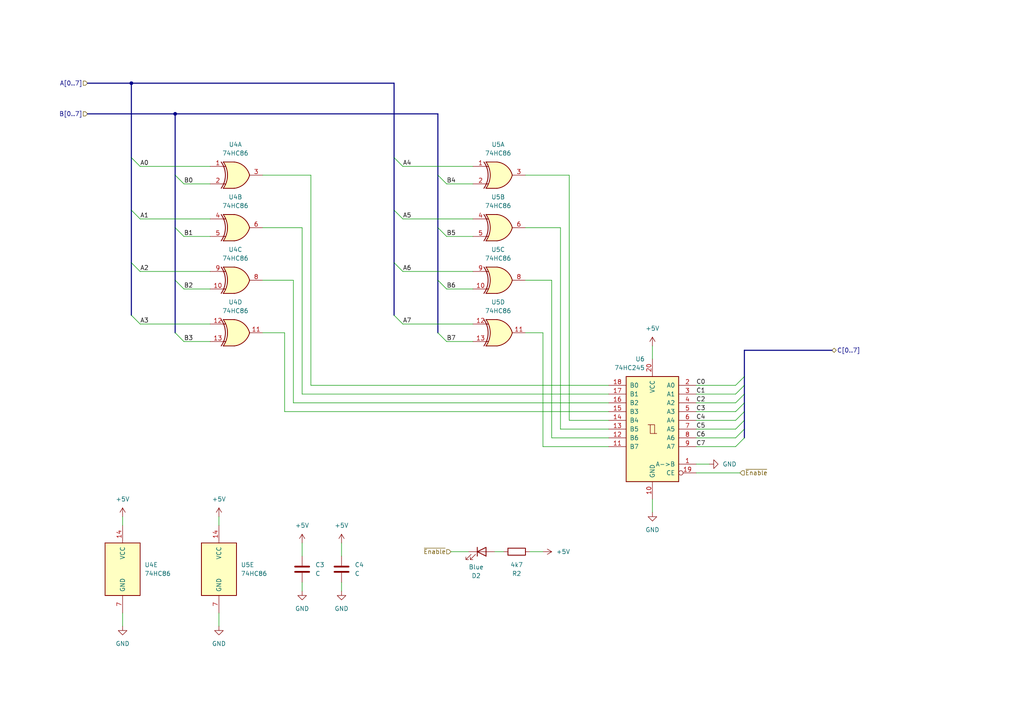
<source format=kicad_sch>
(kicad_sch (version 20231120) (generator "eeschema") (generator_version "8.0")
  (paper "A4")
  (lib_symbols
    (symbol "74xx:74HC245" (pin_names (offset 1.016))
      (property "Reference" "U" (at -7.62 16.51 0))
      (property "Value" "74HC245" (at -7.62 -16.51 0))
      (symbol "74HC245_1_0"
        (polyline (pts (xy -0.635 -1.27) (xy -0.635 1.27) (xy 0.635 1.27)))
        (polyline (pts (xy -1.27 -1.27) (xy 0.635 -1.27) (xy 0.635 1.27) (xy 1.27 1.27)))
        (pin input line (at -12.7 -10.16 0) (length 5.08) (name "A->B") (number "1"))
        (pin power_in line (at 0 -20.32 90) (length 5.08) (name "GND") (number "10"))
        (pin tri_state line (at 12.7 -5.08 180) (length 5.08) (name "B7") (number "11"))
        (pin tri_state line (at 12.7 -2.54 180) (length 5.08) (name "B6") (number "12"))
        (pin tri_state line (at 12.7 0 180) (length 5.08) (name "B5") (number "13"))
        (pin tri_state line (at 12.7 2.54 180) (length 5.08) (name "B4") (number "14"))
        (pin tri_state line (at 12.7 5.08 180) (length 5.08) (name "B3") (number "15"))
        (pin tri_state line (at 12.7 7.62 180) (length 5.08) (name "B2") (number "16"))
        (pin tri_state line (at 12.7 10.16 180) (length 5.08) (name "B1") (number "17"))
        (pin tri_state line (at 12.7 12.7 180) (length 5.08) (name "B0") (number "18"))
        (pin input inverted (at -12.7 -12.7 0) (length 5.08) (name "CE") (number "19"))
        (pin tri_state line (at -12.7 12.7 0) (length 5.08) (name "A0") (number "2"))
        (pin power_in line (at 0 20.32 270) (length 5.08) (name "VCC") (number "20"))
        (pin tri_state line (at -12.7 10.16 0) (length 5.08) (name "A1") (number "3"))
        (pin tri_state line (at -12.7 7.62 0) (length 5.08) (name "A2") (number "4"))
        (pin tri_state line (at -12.7 5.08 0) (length 5.08) (name "A3") (number "5"))
        (pin tri_state line (at -12.7 2.54 0) (length 5.08) (name "A4") (number "6"))
        (pin tri_state line (at -12.7 0 0) (length 5.08) (name "A5") (number "7"))
        (pin tri_state line (at -12.7 -2.54 0) (length 5.08) (name "A6") (number "8"))
        (pin tri_state line (at -12.7 -5.08 0) (length 5.08) (name "A7") (number "9"))
      )
      (symbol "74HC245_1_1"
        (rectangle (start -7.62 15.24) (end 7.62 -15.24) (stroke (width 0.254)) (fill (type background)))
      )
    )
    (symbol "74xx:74HC86" (pin_names (offset 1.016))
      (property "Reference" "U" (at 0 1.27 0))
      (property "Value" "74HC86" (at 0 -1.27 0))
      (symbol "74HC86_1_0"
        (arc (start -4.4196 -3.81) (mid -3.2033 0) (end -4.4196 3.81) (stroke (width 0.254)))
        (arc (start -3.81 -3.81) (mid -2.589 0) (end -3.81 3.81) (stroke (width 0.254)))
        (arc (start -0.6096 -3.81) (mid 2.1842 -2.5851) (end 3.81 0) (stroke (width 0.254)) (fill (type background)))
        (polyline (pts (xy -3.81 -3.81) (xy -0.635 -3.81)) (stroke (width 0.254)) (fill (type background)))
        (polyline (pts (xy -3.81 3.81) (xy -0.635 3.81)) (stroke (width 0.254)) (fill (type background)))
        (polyline (pts (xy -0.635 3.81) (xy -3.81 3.81) (xy -3.81 3.81) (xy -3.556 3.4036) (xy -3.0226 2.2606) (xy -2.6924 1.0414) (xy -2.6162 -0.254) (xy -2.7686 -1.4986) (xy -3.175 -2.7178) (xy -3.81 -3.81) (xy -3.81 -3.81) (xy -0.635 -3.81)) (stroke (width -25.4)) (fill (type background)))
        (arc (start 3.81 0) (mid 2.1915 2.5936) (end -0.6096 3.81) (stroke (width 0.254)) (fill (type background)))
        (pin input line (at -7.62 2.54 0) (length 4.445) (name "~") (number "1"))
        (pin input line (at -7.62 -2.54 0) (length 4.445) (name "~") (number "2"))
        (pin output line (at 7.62 0 180) (length 3.81) (name "~") (number "3"))
      )
      (symbol "74HC86_1_1"
        (polyline (pts (xy -3.81 -2.54) (xy -3.175 -2.54)) (stroke (width 0.1524)))
        (polyline (pts (xy -3.81 2.54) (xy -3.175 2.54)) (stroke (width 0.1524)))
      )
      (symbol "74HC86_2_0"
        (arc (start -4.4196 -3.81) (mid -3.2033 0) (end -4.4196 3.81) (stroke (width 0.254)))
        (arc (start -3.81 -3.81) (mid -2.589 0) (end -3.81 3.81) (stroke (width 0.254)))
        (arc (start -0.6096 -3.81) (mid 2.1842 -2.5851) (end 3.81 0) (stroke (width 0.254)) (fill (type background)))
        (polyline (pts (xy -3.81 -3.81) (xy -0.635 -3.81)) (stroke (width 0.254)) (fill (type background)))
        (polyline (pts (xy -3.81 3.81) (xy -0.635 3.81)) (stroke (width 0.254)) (fill (type background)))
        (polyline (pts (xy -0.635 3.81) (xy -3.81 3.81) (xy -3.81 3.81) (xy -3.556 3.4036) (xy -3.0226 2.2606) (xy -2.6924 1.0414) (xy -2.6162 -0.254) (xy -2.7686 -1.4986) (xy -3.175 -2.7178) (xy -3.81 -3.81) (xy -3.81 -3.81) (xy -0.635 -3.81)) (stroke (width -25.4)) (fill (type background)))
        (arc (start 3.81 0) (mid 2.1915 2.5936) (end -0.6096 3.81) (stroke (width 0.254)) (fill (type background)))
        (pin input line (at -7.62 2.54 0) (length 4.445) (name "~") (number "4"))
        (pin input line (at -7.62 -2.54 0) (length 4.445) (name "~") (number "5"))
        (pin output line (at 7.62 0 180) (length 3.81) (name "~") (number "6"))
      )
      (symbol "74HC86_2_1"
        (polyline (pts (xy -3.81 -2.54) (xy -3.175 -2.54)) (stroke (width 0.1524)))
        (polyline (pts (xy -3.81 2.54) (xy -3.175 2.54)) (stroke (width 0.1524)))
      )
      (symbol "74HC86_3_0"
        (arc (start -4.4196 -3.81) (mid -3.2033 0) (end -4.4196 3.81) (stroke (width 0.254)))
        (arc (start -3.81 -3.81) (mid -2.589 0) (end -3.81 3.81) (stroke (width 0.254)))
        (arc (start -0.6096 -3.81) (mid 2.1842 -2.5851) (end 3.81 0) (stroke (width 0.254)) (fill (type background)))
        (polyline (pts (xy -3.81 -3.81) (xy -0.635 -3.81)) (stroke (width 0.254)) (fill (type background)))
        (polyline (pts (xy -3.81 3.81) (xy -0.635 3.81)) (stroke (width 0.254)) (fill (type background)))
        (polyline (pts (xy -0.635 3.81) (xy -3.81 3.81) (xy -3.81 3.81) (xy -3.556 3.4036) (xy -3.0226 2.2606) (xy -2.6924 1.0414) (xy -2.6162 -0.254) (xy -2.7686 -1.4986) (xy -3.175 -2.7178) (xy -3.81 -3.81) (xy -3.81 -3.81) (xy -0.635 -3.81)) (stroke (width -25.4)) (fill (type background)))
        (arc (start 3.81 0) (mid 2.1915 2.5936) (end -0.6096 3.81) (stroke (width 0.254)) (fill (type background)))
        (pin input line (at -7.62 -2.54 0) (length 4.445) (name "~") (number "10"))
        (pin output line (at 7.62 0 180) (length 3.81) (name "~") (number "8"))
        (pin input line (at -7.62 2.54 0) (length 4.445) (name "~") (number "9"))
      )
      (symbol "74HC86_3_1"
        (polyline (pts (xy -3.81 -2.54) (xy -3.175 -2.54)) (stroke (width 0.1524)))
        (polyline (pts (xy -3.81 2.54) (xy -3.175 2.54)) (stroke (width 0.1524)))
      )
      (symbol "74HC86_4_0"
        (arc (start -4.4196 -3.81) (mid -3.2033 0) (end -4.4196 3.81) (stroke (width 0.254)))
        (arc (start -3.81 -3.81) (mid -2.589 0) (end -3.81 3.81) (stroke (width 0.254)))
        (arc (start -0.6096 -3.81) (mid 2.1842 -2.5851) (end 3.81 0) (stroke (width 0.254)) (fill (type background)))
        (polyline (pts (xy -3.81 -3.81) (xy -0.635 -3.81)) (stroke (width 0.254)) (fill (type background)))
        (polyline (pts (xy -3.81 3.81) (xy -0.635 3.81)) (stroke (width 0.254)) (fill (type background)))
        (polyline (pts (xy -0.635 3.81) (xy -3.81 3.81) (xy -3.81 3.81) (xy -3.556 3.4036) (xy -3.0226 2.2606) (xy -2.6924 1.0414) (xy -2.6162 -0.254) (xy -2.7686 -1.4986) (xy -3.175 -2.7178) (xy -3.81 -3.81) (xy -3.81 -3.81) (xy -0.635 -3.81)) (stroke (width -25.4)) (fill (type background)))
        (arc (start 3.81 0) (mid 2.1915 2.5936) (end -0.6096 3.81) (stroke (width 0.254)) (fill (type background)))
        (pin output line (at 7.62 0 180) (length 3.81) (name "~") (number "11"))
        (pin input line (at -7.62 2.54 0) (length 4.445) (name "~") (number "12"))
        (pin input line (at -7.62 -2.54 0) (length 4.445) (name "~") (number "13"))
      )
      (symbol "74HC86_4_1"
        (polyline (pts (xy -3.81 -2.54) (xy -3.175 -2.54)) (stroke (width 0.1524)))
        (polyline (pts (xy -3.81 2.54) (xy -3.175 2.54)) (stroke (width 0.1524)))
      )
      (symbol "74HC86_5_0"
        (pin power_in line (at 0 12.7 270) (length 5.08) (name "VCC") (number "14"))
        (pin power_in line (at 0 -12.7 90) (length 5.08) (name "GND") (number "7"))
      )
      (symbol "74HC86_5_1"
        (rectangle (start -5.08 7.62) (end 5.08 -7.62) (stroke (width 0.254)) (fill (type background)))
      )
    )
    (symbol "Device:C" (pin_numbers hide) (pin_names (offset 0.254))
      (property "Reference" "C" (at 0.635 2.54 0))
      (property "Value" "C" (at 0.635 -2.54 0))
      (symbol "C_0_1"
        (polyline (pts (xy -2.032 -0.762) (xy 2.032 -0.762)) (stroke (width 0.508)))
        (polyline (pts (xy -2.032 0.762) (xy 2.032 0.762)) (stroke (width 0.508)))
      )
      (symbol "C_1_1"
        (pin passive line (at 0 3.81 270) (length 2.794) (name "~") (number "1"))
        (pin passive line (at 0 -3.81 90) (length 2.794) (name "~") (number "2"))
      )
    )
    (symbol "Device:LED" (pin_numbers hide) (pin_names (offset 1.016) hide)
      (property "Reference" "D" (at 0 2.54 0))
      (property "Value" "LED" (at 0 -2.54 0))
      (symbol "LED_0_1"
        (polyline (pts (xy -1.27 -1.27) (xy -1.27 1.27)) (stroke (width 0.254)))
        (polyline (pts (xy -1.27 0) (xy 1.27 0)))
        (polyline (pts (xy 1.27 -1.27) (xy 1.27 1.27) (xy -1.27 0) (xy 1.27 -1.27)) (stroke (width 0.254)))
        (polyline (pts (xy -3.048 -0.762) (xy -4.572 -2.286) (xy -3.81 -2.286) (xy -4.572 -2.286) (xy -4.572 -1.524)))
        (polyline (pts (xy -1.778 -0.762) (xy -3.302 -2.286) (xy -2.54 -2.286) (xy -3.302 -2.286) (xy -3.302 -1.524)))
      )
      (symbol "LED_1_1"
        (pin passive line (at -3.81 0 0) (length 2.54) (name "K") (number "1"))
        (pin passive line (at 3.81 0 180) (length 2.54) (name "A") (number "2"))
      )
    )
    (symbol "Device:R" (pin_numbers hide) (pin_names (offset 0))
      (property "Reference" "R" (at 2.032 0 90))
      (property "Value" "R" (at 0 0 90))
      (symbol "R_0_1"
        (rectangle (start -1.016 -2.54) (end 1.016 2.54) (stroke (width 0.254)))
      )
      (symbol "R_1_1"
        (pin passive line (at 0 3.81 270) (length 1.27) (name "~") (number "1"))
        (pin passive line (at 0 -3.81 90) (length 1.27) (name "~") (number "2"))
      )
    )
    (symbol "power:+5V" (power) (pin_names (offset 0))
      (property "Value" "+5V" (at 0 3.556 0))
      (symbol "+5V_0_1"
        (polyline (pts (xy -0.762 1.27) (xy 0 2.54)))
        (polyline (pts (xy 0 0) (xy 0 2.54)))
        (polyline (pts (xy 0 2.54) (xy 0.762 1.27)))
      )
      (symbol "+5V_1_1"
        (pin power_in line (at 0 0 90) (length 0) hide (name "+5V") (number "1"))
      )
    )
    (symbol "power:GND" (power) (pin_names (offset 0))
      (property "Value" "GND" (at 0 -3.81 0))
      (symbol "GND_0_1"
        (polyline (pts (xy 0 0) (xy 0 -1.27) (xy 1.27 -1.27) (xy 0 -2.54) (xy -1.27 -1.27) (xy 0 -1.27)))
      )
      (symbol "GND_1_1"
        (pin power_in line (at 0 0 270) (length 0) hide (name "GND") (number "1"))
      )
    )
  )
  (junction (at 50.8 33.02))
  (junction (at 38.1 24.13))
  (bus_entry (at 114.3 60.96) (size 2.54 2.54))
  (bus_entry (at 127 96.52) (size 2.54 2.54))
  (bus_entry (at 215.9 109.22) (size -2.54 2.54))
  (bus_entry (at 50.8 96.52) (size 2.54 2.54))
  (bus_entry (at 127 66.04) (size 2.54 2.54))
  (bus_entry (at 114.3 76.2) (size 2.54 2.54))
  (bus_entry (at 215.9 114.3) (size -2.54 2.54))
  (bus_entry (at 215.9 121.92) (size -2.54 2.54))
  (bus_entry (at 38.1 60.96) (size 2.54 2.54))
  (bus_entry (at 38.1 45.72) (size 2.54 2.54))
  (bus_entry (at 50.8 66.04) (size 2.54 2.54))
  (bus_entry (at 215.9 111.76) (size -2.54 2.54))
  (bus_entry (at 215.9 116.84) (size -2.54 2.54))
  (bus_entry (at 127 81.28) (size 2.54 2.54))
  (bus_entry (at 215.9 119.38) (size -2.54 2.54))
  (bus_entry (at 215.9 127) (size -2.54 2.54))
  (bus_entry (at 114.3 45.72) (size 2.54 2.54))
  (bus_entry (at 127 50.8) (size 2.54 2.54))
  (bus_entry (at 38.1 76.2) (size 2.54 2.54))
  (bus_entry (at 50.8 81.28) (size 2.54 2.54))
  (bus_entry (at 38.1 91.44) (size 2.54 2.54))
  (bus_entry (at 215.9 124.46) (size -2.54 2.54))
  (bus_entry (at 114.3 91.44) (size 2.54 2.54))
  (bus_entry (at 50.8 50.8) (size 2.54 2.54))
  (wire (pts (xy 201.93 119.38) (xy 213.36 119.38)))
  (bus (pts (xy 38.1 76.2) (xy 38.1 91.44)))
  (wire (pts (xy 157.48 160.02) (xy 153.67 160.02)))
  (wire (pts (xy 53.34 68.58) (xy 60.96 68.58)))
  (wire (pts (xy 35.56 149.86) (xy 35.56 152.4)))
  (wire (pts (xy 160.02 127) (xy 160.02 81.28)))
  (wire (pts (xy 176.53 121.92) (xy 165.1 121.92)))
  (wire (pts (xy 63.5 149.86) (xy 63.5 152.4)))
  (wire (pts (xy 85.09 81.28) (xy 76.2 81.28)))
  (bus (pts (xy 114.3 60.96) (xy 114.3 76.2)))
  (wire (pts (xy 201.93 111.76) (xy 213.36 111.76)))
  (wire (pts (xy 162.56 124.46) (xy 162.56 66.04)))
  (wire (pts (xy 87.63 114.3) (xy 87.63 66.04)))
  (wire (pts (xy 176.53 114.3) (xy 87.63 114.3)))
  (bus (pts (xy 215.9 111.76) (xy 215.9 114.3)))
  (wire (pts (xy 189.23 104.14) (xy 189.23 100.33)))
  (bus (pts (xy 215.9 101.6) (xy 215.9 109.22)))
  (wire (pts (xy 82.55 119.38) (xy 82.55 96.52)))
  (wire (pts (xy 201.93 129.54) (xy 213.36 129.54)))
  (wire (pts (xy 40.64 63.5) (xy 60.96 63.5)))
  (wire (pts (xy 87.63 157.48) (xy 87.63 161.29)))
  (wire (pts (xy 99.06 168.91) (xy 99.06 171.45)))
  (bus (pts (xy 241.3 101.6) (xy 215.9 101.6)))
  (wire (pts (xy 116.84 78.74) (xy 137.16 78.74)))
  (wire (pts (xy 99.06 157.48) (xy 99.06 161.29)))
  (bus (pts (xy 50.8 81.28) (xy 50.8 96.52)))
  (wire (pts (xy 201.93 137.16) (xy 214.63 137.16)))
  (wire (pts (xy 162.56 66.04) (xy 152.4 66.04)))
  (wire (pts (xy 63.5 177.8) (xy 63.5 181.61)))
  (wire (pts (xy 35.56 177.8) (xy 35.56 181.61)))
  (wire (pts (xy 53.34 53.34) (xy 60.96 53.34)))
  (wire (pts (xy 90.17 50.8) (xy 76.2 50.8)))
  (bus (pts (xy 215.9 114.3) (xy 215.9 116.84)))
  (wire (pts (xy 152.4 96.52) (xy 157.48 96.52)))
  (wire (pts (xy 201.93 121.92) (xy 213.36 121.92)))
  (wire (pts (xy 176.53 124.46) (xy 162.56 124.46)))
  (wire (pts (xy 129.54 99.06) (xy 137.16 99.06)))
  (wire (pts (xy 116.84 93.98) (xy 137.16 93.98)))
  (wire (pts (xy 82.55 96.52) (xy 76.2 96.52)))
  (bus (pts (xy 215.9 121.92) (xy 215.9 124.46)))
  (bus (pts (xy 50.8 50.8) (xy 50.8 66.04)))
  (wire (pts (xy 129.54 83.82) (xy 137.16 83.82)))
  (bus (pts (xy 114.3 24.13) (xy 114.3 45.72)))
  (wire (pts (xy 201.93 124.46) (xy 213.36 124.46)))
  (bus (pts (xy 50.8 33.02) (xy 50.8 50.8)))
  (bus (pts (xy 215.9 109.22) (xy 215.9 111.76)))
  (bus (pts (xy 38.1 24.13) (xy 38.1 45.72)))
  (wire (pts (xy 201.93 134.62) (xy 205.74 134.62)))
  (wire (pts (xy 129.54 53.34) (xy 137.16 53.34)))
  (wire (pts (xy 135.89 160.02) (xy 130.81 160.02)))
  (wire (pts (xy 53.34 83.82) (xy 60.96 83.82)))
  (wire (pts (xy 40.64 48.26) (xy 60.96 48.26)))
  (wire (pts (xy 90.17 111.76) (xy 90.17 50.8)))
  (bus (pts (xy 25.4 24.13) (xy 38.1 24.13)))
  (bus (pts (xy 38.1 60.96) (xy 38.1 76.2)))
  (bus (pts (xy 127 50.8) (xy 127 66.04)))
  (wire (pts (xy 116.84 48.26) (xy 137.16 48.26)))
  (wire (pts (xy 176.53 119.38) (xy 82.55 119.38)))
  (wire (pts (xy 87.63 66.04) (xy 76.2 66.04)))
  (wire (pts (xy 176.53 127) (xy 160.02 127)))
  (wire (pts (xy 165.1 121.92) (xy 165.1 50.8)))
  (wire (pts (xy 201.93 127) (xy 213.36 127)))
  (wire (pts (xy 40.64 78.74) (xy 60.96 78.74)))
  (wire (pts (xy 201.93 114.3) (xy 213.36 114.3)))
  (bus (pts (xy 215.9 116.84) (xy 215.9 119.38)))
  (wire (pts (xy 165.1 50.8) (xy 152.4 50.8)))
  (wire (pts (xy 176.53 111.76) (xy 90.17 111.76)))
  (bus (pts (xy 127 81.28) (xy 127 96.52)))
  (wire (pts (xy 129.54 68.58) (xy 137.16 68.58)))
  (bus (pts (xy 127 33.02) (xy 127 50.8)))
  (wire (pts (xy 40.64 93.98) (xy 60.96 93.98)))
  (bus (pts (xy 25.4 33.02) (xy 50.8 33.02)))
  (wire (pts (xy 201.93 116.84) (xy 213.36 116.84)))
  (bus (pts (xy 38.1 24.13) (xy 114.3 24.13)))
  (wire (pts (xy 87.63 168.91) (xy 87.63 171.45)))
  (bus (pts (xy 114.3 45.72) (xy 114.3 60.96)))
  (bus (pts (xy 127 66.04) (xy 127 81.28)))
  (wire (pts (xy 189.23 148.59) (xy 189.23 144.78)))
  (bus (pts (xy 50.8 33.02) (xy 127 33.02)))
  (wire (pts (xy 160.02 81.28) (xy 152.4 81.28)))
  (wire (pts (xy 146.05 160.02) (xy 143.51 160.02)))
  (bus (pts (xy 38.1 45.72) (xy 38.1 60.96)))
  (wire (pts (xy 53.34 99.06) (xy 60.96 99.06)))
  (wire (pts (xy 85.09 116.84) (xy 85.09 81.28)))
  (bus (pts (xy 215.9 119.38) (xy 215.9 121.92)))
  (wire (pts (xy 157.48 129.54) (xy 176.53 129.54)))
  (wire (pts (xy 157.48 96.52) (xy 157.48 129.54)))
  (bus (pts (xy 215.9 124.46) (xy 215.9 127)))
  (wire (pts (xy 176.53 116.84) (xy 85.09 116.84)))
  (bus (pts (xy 114.3 76.2) (xy 114.3 91.44)))
  (wire (pts (xy 116.84 63.5) (xy 137.16 63.5)))
  (bus (pts (xy 50.8 66.04) (xy 50.8 81.28)))
  (label "B1" (at 53.34 68.58 0))
  (label "B5" (at 129.54 68.58 0))
  (label "C0" (at 201.93 111.76 0))
  (label "A6" (at 116.84 78.74 0))
  (label "A4" (at 116.84 48.26 0))
  (label "C2" (at 201.93 116.84 0))
  (label "B7" (at 129.54 99.06 0))
  (label "C5" (at 201.93 124.46 0))
  (label "B3" (at 53.34 99.06 0))
  (label "B0" (at 53.34 53.34 0))
  (label "C1" (at 201.93 114.3 0))
  (label "B2" (at 53.34 83.82 0))
  (label "C6" (at 201.93 127 0))
  (label "A0" (at 40.64 48.26 0))
  (label "B4" (at 129.54 53.34 0))
  (label "C3" (at 201.93 119.38 0))
  (label "A5" (at 116.84 63.5 0))
  (label "A3" (at 40.64 93.98 0))
  (label "C4" (at 201.93 121.92 0))
  (label "A2" (at 40.64 78.74 0))
  (label "A1" (at 40.64 63.5 0))
  (label "A7" (at 116.84 93.98 0))
  (label "C7" (at 201.93 129.54 0))
  (label "B6" (at 129.54 83.82 0))
  (hierarchical_label "C[0..7]" (shape tri_state) (at 241.3 101.6 0))
  (hierarchical_label "A[0..7]" (shape input) (at 25.4 24.13 180))
  (hierarchical_label "~{Enable}" (shape input) (at 130.81 160.02 180))
  (hierarchical_label "B[0..7]" (shape input) (at 25.4 33.02 180))
  (hierarchical_label "~{Enable}" (shape input) (at 214.63 137.16 0))
  (symbol (lib_id "74xx:74HC245") (at 189.23 124.46 0) (mirror y) (unit 1)
    (property "Reference" "U6" (at 187.0359 104.14 0) (effects (justify left)))
    (property "Value" "74HC245" (at 187.0359 106.68 0) (effects (justify left)))
    (property "Footprint" "Package_SO:SOIC-20W_7.5x12.8mm_P1.27mm" (effects (hide yes)))
    (property "Datasheet" "http://www.ti.com/lit/gpn/sn74HC245" (effects (hide yes)))
    (property "Description" "Octal BUS Transceivers, 3-State outputs" (effects (hide yes)))
    (property "LCSC" "C5625" (effects (hide yes)))
  )
  (symbol (lib_id "power:GND") (at 189.23 148.59 0) (mirror y) (unit 1)
    (property "Reference" "#PWR025" (effects (hide yes)))
    (property "Value" "GND" (at 189.23 153.67 0))
    (property "Description" "Power symbol creates a global label with name \"GND\" , ground" (effects (hide yes)))
  )
  (symbol (lib_id "74xx:74HC86") (at 144.78 81.28 0) (unit 3)
    (property "Reference" "U5" (at 144.4752 72.39 0))
    (property "Value" "74HC86" (at 144.4752 74.93 0))
    (property "Footprint" "Package_DIP:DIP-14_W7.62mm_Socket" (effects (hide yes)))
    (property "Datasheet" "http://www.ti.com/lit/gpn/sn74HC86" (effects (hide yes)))
    (property "Description" "Quad 2-input XOR" (effects (hide yes)))
  )
  (symbol (lib_id "Device:C") (at 87.63 165.1 0) (unit 1)
    (property "Reference" "C3" (at 91.44 163.8299 0) (effects (justify left)))
    (property "Value" "C" (at 91.44 166.3699 0) (effects (justify left)))
    (property "Footprint" "Capacitor_SMD:C_0603_1608Metric" (effects (hide yes)))
    (property "Datasheet" "https://wmsc.lcsc.com/wmsc/upload/file/pdf/v2/lcsc/2211101700_YAGEO-CC0603KRX7R9BB104_C14663.pdf" (effects (hide yes)))
    (property "Description" "Unpolarized capacitor" (effects (hide yes)))
    (property "LCSC" "C14663" (effects (hide yes)))
  )
  (symbol (lib_id "power:GND") (at 205.74 134.62 90) (mirror x) (unit 1)
    (property "Reference" "#PWR026" (effects (hide yes)))
    (property "Value" "GND" (at 209.55 134.6201 90) (effects (justify right)))
    (property "Description" "Power symbol creates a global label with name \"GND\" , ground" (effects (hide yes)))
  )
  (symbol (lib_id "power:+5V") (at 99.06 157.48 0) (unit 1)
    (property "Reference" "#PWR021" (effects (hide yes)))
    (property "Value" "+5V" (at 99.06 152.4 0))
    (property "Description" "Power symbol creates a global label with name \"+5V\"" (effects (hide yes)))
  )
  (symbol (lib_id "power:GND") (at 35.56 181.61 0) (unit 1)
    (property "Reference" "#PWR016" (effects (hide yes)))
    (property "Value" "GND" (at 35.56 186.69 0))
    (property "Description" "Power symbol creates a global label with name \"GND\" , ground" (effects (hide yes)))
  )
  (symbol (lib_id "74xx:74HC86") (at 68.58 66.04 0) (unit 2)
    (property "Reference" "U4" (at 68.2752 57.15 0))
    (property "Value" "74HC86" (at 68.2752 59.69 0))
    (property "Footprint" "Package_DIP:DIP-14_W7.62mm_Socket" (effects (hide yes)))
    (property "Datasheet" "http://www.ti.com/lit/gpn/sn74HC86" (effects (hide yes)))
    (property "Description" "Quad 2-input XOR" (effects (hide yes)))
  )
  (symbol (lib_id "74xx:74HC86") (at 144.78 50.8 0) (unit 1)
    (property "Reference" "U5" (at 144.4752 41.91 0))
    (property "Value" "74HC86" (at 144.4752 44.45 0))
    (property "Footprint" "Package_DIP:DIP-14_W7.62mm_Socket" (effects (hide yes)))
    (property "Datasheet" "http://www.ti.com/lit/gpn/sn74HC86" (effects (hide yes)))
    (property "Description" "Quad 2-input XOR" (effects (hide yes)))
  )
  (symbol (lib_id "74xx:74HC86") (at 68.58 81.28 0) (unit 3)
    (property "Reference" "U4" (at 68.2752 72.39 0))
    (property "Value" "74HC86" (at 68.2752 74.93 0))
    (property "Footprint" "Package_DIP:DIP-14_W7.62mm_Socket" (effects (hide yes)))
    (property "Datasheet" "http://www.ti.com/lit/gpn/sn74HC86" (effects (hide yes)))
    (property "Description" "Quad 2-input XOR" (effects (hide yes)))
  )
  (symbol (lib_id "74xx:74HC86") (at 35.56 165.1 0) (unit 5)
    (property "Reference" "U4" (at 41.91 163.8299 0) (effects (justify left)))
    (property "Value" "74HC86" (at 41.91 166.3699 0) (effects (justify left)))
    (property "Footprint" "Package_DIP:DIP-14_W7.62mm_Socket" (effects (hide yes)))
    (property "Datasheet" "http://www.ti.com/lit/gpn/sn74HC86" (effects (hide yes)))
    (property "Description" "Quad 2-input XOR" (effects (hide yes)))
  )
  (symbol (lib_id "power:+5V") (at 189.23 100.33 0) (mirror y) (unit 1)
    (property "Reference" "#PWR024" (effects (hide yes)))
    (property "Value" "+5V" (at 189.23 95.25 0))
    (property "Description" "Power symbol creates a global label with name \"+5V\"" (effects (hide yes)))
  )
  (symbol (lib_id "74xx:74HC86") (at 68.58 50.8 0) (unit 1)
    (property "Reference" "U4" (at 68.2752 41.91 0))
    (property "Value" "74HC86" (at 68.2752 44.45 0))
    (property "Footprint" "Package_DIP:DIP-14_W7.62mm_Socket" (effects (hide yes)))
    (property "Datasheet" "http://www.ti.com/lit/gpn/sn74HC86" (effects (hide yes)))
    (property "Description" "Quad 2-input XOR" (effects (hide yes)))
  )
  (symbol (lib_id "power:+5V") (at 63.5 149.86 0) (unit 1)
    (property "Reference" "#PWR017" (effects (hide yes)))
    (property "Value" "+5V" (at 63.5 144.78 0))
    (property "Description" "Power symbol creates a global label with name \"+5V\"" (effects (hide yes)))
  )
  (symbol (lib_id "74xx:74HC86") (at 144.78 66.04 0) (unit 2)
    (property "Reference" "U5" (at 144.4752 57.15 0))
    (property "Value" "74HC86" (at 144.4752 59.69 0))
    (property "Footprint" "Package_DIP:DIP-14_W7.62mm_Socket" (effects (hide yes)))
    (property "Datasheet" "http://www.ti.com/lit/gpn/sn74HC86" (effects (hide yes)))
    (property "Description" "Quad 2-input XOR" (effects (hide yes)))
  )
  (symbol (lib_id "power:GND") (at 63.5 181.61 0) (unit 1)
    (property "Reference" "#PWR018" (effects (hide yes)))
    (property "Value" "GND" (at 63.5 186.69 0))
    (property "Description" "Power symbol creates a global label with name \"GND\" , ground" (effects (hide yes)))
  )
  (symbol (lib_id "74xx:74HC86") (at 63.5 165.1 0) (unit 5)
    (property "Reference" "U5" (at 69.85 163.8299 0) (effects (justify left)))
    (property "Value" "74HC86" (at 69.85 166.3699 0) (effects (justify left)))
    (property "Footprint" "Package_DIP:DIP-14_W7.62mm_Socket" (effects (hide yes)))
    (property "Datasheet" "http://www.ti.com/lit/gpn/sn74HC86" (effects (hide yes)))
    (property "Description" "Quad 2-input XOR" (effects (hide yes)))
  )
  (symbol (lib_id "Device:LED") (at 139.7 160.02 0) (unit 1)
    (property "Reference" "D2" (at 138.1125 167.005 0))
    (property "Value" "Blue" (at 138.1125 164.465 0))
    (property "Footprint" "LED_SMD:LED_0603_1608Metric" (effects (hide yes)))
    (property "LCSC" "C72041" (effects (hide yes)))
  )
  (symbol (lib_id "power:+5V") (at 87.63 157.48 0) (unit 1)
    (property "Reference" "#PWR019" (effects (hide yes)))
    (property "Value" "+5V" (at 87.63 152.4 0))
    (property "Description" "Power symbol creates a global label with name \"+5V\"" (effects (hide yes)))
  )
  (symbol (lib_id "74xx:74HC86") (at 68.58 96.52 0) (unit 4)
    (property "Reference" "U4" (at 68.2752 87.63 0))
    (property "Value" "74HC86" (at 68.2752 90.17 0))
    (property "Footprint" "Package_DIP:DIP-14_W7.62mm_Socket" (effects (hide yes)))
    (property "Datasheet" "http://www.ti.com/lit/gpn/sn74HC86" (effects (hide yes)))
    (property "Description" "Quad 2-input XOR" (effects (hide yes)))
  )
  (symbol (lib_id "power:GND") (at 87.63 171.45 0) (unit 1)
    (property "Reference" "#PWR020" (effects (hide yes)))
    (property "Value" "GND" (at 87.63 176.53 0))
    (property "Description" "Power symbol creates a global label with name \"GND\" , ground" (effects (hide yes)))
  )
  (symbol (lib_id "power:GND") (at 99.06 171.45 0) (unit 1)
    (property "Reference" "#PWR022" (effects (hide yes)))
    (property "Value" "GND" (at 99.06 176.53 0))
    (property "Description" "Power symbol creates a global label with name \"GND\" , ground" (effects (hide yes)))
  )
  (symbol (lib_id "power:+5V") (at 157.48 160.02 270) (unit 1)
    (property "Reference" "#PWR023" (effects (hide yes)))
    (property "Value" "+5V" (at 161.29 160.02 90) (effects (justify left)))
  )
  (symbol (lib_id "74xx:74HC86") (at 144.78 96.52 0) (unit 4)
    (property "Reference" "U5" (at 144.4752 87.63 0))
    (property "Value" "74HC86" (at 144.4752 90.17 0))
    (property "Footprint" "Package_DIP:DIP-14_W7.62mm_Socket" (effects (hide yes)))
    (property "Datasheet" "http://www.ti.com/lit/gpn/sn74HC86" (effects (hide yes)))
    (property "Description" "Quad 2-input XOR" (effects (hide yes)))
  )
  (symbol (lib_id "power:+5V") (at 35.56 149.86 0) (unit 1)
    (property "Reference" "#PWR015" (effects (hide yes)))
    (property "Value" "+5V" (at 35.56 144.78 0))
    (property "Description" "Power symbol creates a global label with name \"+5V\"" (effects (hide yes)))
  )
  (symbol (lib_id "Device:R") (at 149.86 160.02 90) (unit 1)
    (property "Reference" "R2" (at 149.86 166.37 90))
    (property "Value" "4k7" (at 149.86 163.83 90))
    (property "Footprint" "Resistor_SMD:R_0603_1608Metric" (effects (hide yes)))
    (property "Datasheet" "https://datasheet.lcsc.com/lcsc/2206010116_UNI-ROYAL-Uniroyal-Elec-0603WAF4701T5E_C23162.pdf" (effects (hide yes)))
    (property "LCSC" "C23162" (effects (hide yes)))
  )
  (symbol (lib_id "Device:C") (at 99.06 165.1 0) (unit 1)
    (property "Reference" "C4" (at 102.87 163.8299 0) (effects (justify left)))
    (property "Value" "C" (at 102.87 166.3699 0) (effects (justify left)))
    (property "Footprint" "Capacitor_SMD:C_0603_1608Metric" (effects (hide yes)))
    (property "Datasheet" "https://wmsc.lcsc.com/wmsc/upload/file/pdf/v2/lcsc/2211101700_YAGEO-CC0603KRX7R9BB104_C14663.pdf" (effects (hide yes)))
    (property "Description" "Unpolarized capacitor" (effects (hide yes)))
    (property "LCSC" "C14663" (effects (hide yes)))
  )
)
</source>
